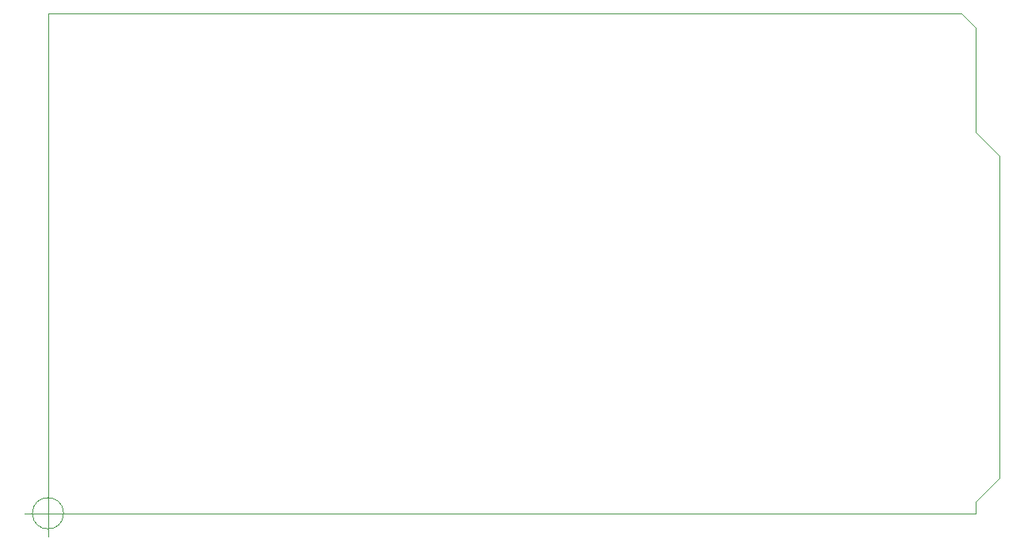
<source format=gbr>
G04 #@! TF.GenerationSoftware,KiCad,Pcbnew,5.1.5-52549c5~84~ubuntu18.04.1*
G04 #@! TF.CreationDate,2020-04-29T15:12:50+01:00*
G04 #@! TF.ProjectId,etl_driver_as_arduino_due_shield,65746c5f-6472-4697-9665-725f61735f61,rev?*
G04 #@! TF.SameCoordinates,Original*
G04 #@! TF.FileFunction,Profile,NP*
%FSLAX46Y46*%
G04 Gerber Fmt 4.6, Leading zero omitted, Abs format (unit mm)*
G04 Created by KiCad (PCBNEW 5.1.5-52549c5~84~ubuntu18.04.1) date 2020-04-29 15:12:50*
%MOMM*%
%LPD*%
G04 APERTURE LIST*
%ADD10C,0.050000*%
G04 APERTURE END LIST*
D10*
X93995666Y-124841000D02*
G75*
G03X93995666Y-124841000I-1666666J0D01*
G01*
X89829000Y-124841000D02*
X94829000Y-124841000D01*
X92329000Y-122341000D02*
X92329000Y-127341000D01*
X191516000Y-124841000D02*
X92329000Y-124841000D01*
X191516000Y-123571000D02*
X191516000Y-124841000D01*
X194056000Y-121031000D02*
X191516000Y-123571000D01*
X194056000Y-86614000D02*
X194056000Y-121031000D01*
X191516000Y-84074000D02*
X194056000Y-86614000D01*
X191516000Y-72898000D02*
X191516000Y-84074000D01*
X189992000Y-71374000D02*
X191516000Y-72898000D01*
X92329000Y-71374000D02*
X189992000Y-71374000D01*
X92329000Y-124841000D02*
X92329000Y-71374000D01*
M02*

</source>
